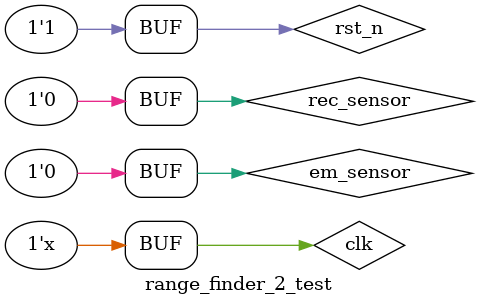
<source format=v>

`timescale 1ns/1ps

module range_finder_2_test;
	
	//localparam WIDTH = 8;
	
	reg clk;
	reg rst_n;
	reg em_sensor;
	reg rec_sensor;
	wire [7 : 0] range;
	//wire state_t;
	
	range_finder_2 #(8) DUT
		(
			.clk(clk),
			.rst_n(rst_n),
			.em_sensor(em_sensor),
			.rec_sensor(rec_sensor),
			.range(range)
			//.state_t(state_t)
		);
		
	initial
		begin
			clk = 1'b0; rst_n = 1'b1; em_sensor = 1'b0; rec_sensor = 1'b0;
			#50; rst_n = 1'b0; #55; rst_n = 1'b1;
			# 165 em_sensor = 1'b1; #40 em_sensor = 1'b0;
			# 654 rec_sensor = 1'b1; #82 rec_sensor = 1'b0;
			
			#50; rst_n = 1'b0; #55; rst_n = 1'b1;
			# 165 em_sensor = 1'b1; #40 em_sensor = 1'b0;
			# 654 rec_sensor = 1'b1; #82 rec_sensor = 1'b0;
			
			# 165 em_sensor = 1'b1; #40 em_sensor = 1'b0;
			# 854 rec_sensor = 1'b1; #82 rec_sensor = 1'b0;
			# 100;
			
		end
		
	always  #20 clk = ~clk;
	
	
	
endmodule //range_finder_2_test
</source>
